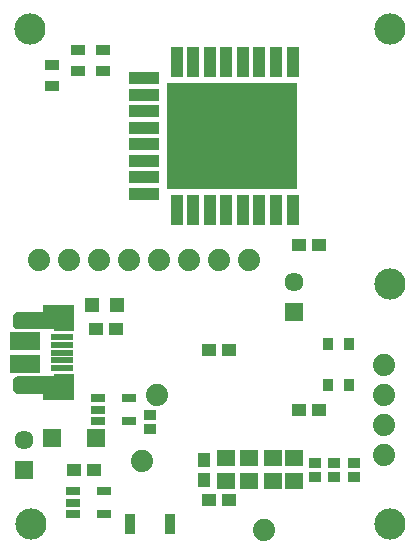
<source format=gbr>
G04 EAGLE Gerber RS-274X export*
G75*
%MOMM*%
%FSLAX34Y34*%
%LPD*%
%INSoldermask Top*%
%IPPOS*%
%AMOC8*
5,1,8,0,0,1.08239X$1,22.5*%
G01*
%ADD10C,2.641600*%
%ADD11R,1.601600X1.401600*%
%ADD12R,1.301600X0.651600*%
%ADD13R,1.501600X1.501600*%
%ADD14R,1.201600X1.101600*%
%ADD15R,1.301600X1.301600*%
%ADD16R,1.001600X0.951600*%
%ADD17R,1.101600X1.201600*%
%ADD18R,1.609600X1.609600*%
%ADD19C,1.609600*%
%ADD20C,1.879600*%
%ADD21R,0.951600X1.101600*%
%ADD22R,0.901600X1.801600*%
%ADD23R,1.660000X2.200000*%
%ADD24R,1.851600X0.501600*%
%ADD25R,2.601600X1.526600*%
%ADD26C,1.309600*%
%ADD27R,2.551600X1.101600*%
%ADD28R,1.101600X2.551600*%
%ADD29R,11.101600X9.101600*%
%ADD30R,1.301600X0.901600*%

G36*
X38057Y169597D02*
X38057Y169597D01*
X38052Y169604D01*
X38059Y169610D01*
X38059Y189860D01*
X38023Y189907D01*
X38016Y189902D01*
X38010Y189909D01*
X29010Y189909D01*
X28963Y189873D01*
X28967Y189868D01*
X28963Y189865D01*
X28964Y189863D01*
X28961Y189860D01*
X28961Y184659D01*
X8510Y184659D01*
X8507Y184657D01*
X8505Y184659D01*
X7392Y184534D01*
X7386Y184528D01*
X7381Y184531D01*
X6324Y184161D01*
X6320Y184155D01*
X6314Y184157D01*
X5366Y183561D01*
X5363Y183553D01*
X5358Y183554D01*
X4566Y182762D01*
X4565Y182754D01*
X4559Y182754D01*
X3963Y181806D01*
X3964Y181797D01*
X3959Y181796D01*
X3589Y180739D01*
X3591Y180731D01*
X3586Y180728D01*
X3461Y179616D01*
X3463Y179612D01*
X3461Y179610D01*
X3461Y174610D01*
X3463Y174607D01*
X3461Y174605D01*
X3586Y173492D01*
X3592Y173486D01*
X3589Y173481D01*
X3959Y172424D01*
X3966Y172420D01*
X3963Y172414D01*
X4559Y171466D01*
X4567Y171463D01*
X4566Y171458D01*
X5358Y170666D01*
X5366Y170665D01*
X5366Y170659D01*
X6314Y170063D01*
X6323Y170064D01*
X6324Y170059D01*
X7381Y169689D01*
X7389Y169691D01*
X7392Y169686D01*
X8505Y169561D01*
X8508Y169563D01*
X8510Y169561D01*
X38010Y169561D01*
X38057Y169597D01*
G37*
G36*
X38057Y109847D02*
X38057Y109847D01*
X38052Y109854D01*
X38059Y109860D01*
X38059Y130110D01*
X38023Y130157D01*
X38016Y130152D01*
X38010Y130159D01*
X8510Y130159D01*
X8507Y130157D01*
X8505Y130159D01*
X7392Y130034D01*
X7386Y130028D01*
X7381Y130031D01*
X6324Y129661D01*
X6320Y129655D01*
X6314Y129657D01*
X5366Y129061D01*
X5363Y129053D01*
X5358Y129054D01*
X4566Y128262D01*
X4565Y128254D01*
X4559Y128254D01*
X3963Y127306D01*
X3964Y127297D01*
X3959Y127296D01*
X3589Y126239D01*
X3591Y126231D01*
X3586Y126228D01*
X3461Y125116D01*
X3463Y125112D01*
X3461Y125110D01*
X3461Y120110D01*
X3463Y120107D01*
X3461Y120105D01*
X3586Y118992D01*
X3592Y118986D01*
X3589Y118981D01*
X3959Y117924D01*
X3966Y117920D01*
X3963Y117914D01*
X4559Y116966D01*
X4567Y116963D01*
X4566Y116958D01*
X5358Y116166D01*
X5366Y116165D01*
X5366Y116159D01*
X6314Y115563D01*
X6323Y115564D01*
X6324Y115559D01*
X7381Y115189D01*
X7389Y115191D01*
X7392Y115186D01*
X8505Y115061D01*
X8508Y115063D01*
X8510Y115061D01*
X28961Y115061D01*
X28961Y109860D01*
X28997Y109813D01*
X29004Y109818D01*
X29010Y109811D01*
X38010Y109811D01*
X38057Y109847D01*
G37*
D10*
X19050Y5080D03*
X322580Y208280D03*
X322580Y5080D03*
X17780Y424180D03*
X322580Y424180D03*
D11*
X184150Y60300D03*
X184150Y41300D03*
D12*
X75899Y111100D03*
X75899Y101600D03*
X75899Y92100D03*
X101901Y92100D03*
X101901Y111100D03*
D13*
X73872Y77470D03*
X36872Y77470D03*
D11*
X203200Y60300D03*
X203200Y41300D03*
D14*
X72000Y50800D03*
X55000Y50800D03*
D15*
X91780Y190500D03*
X70780Y190500D03*
D14*
X91050Y170180D03*
X74050Y170180D03*
X245500Y101600D03*
X262500Y101600D03*
D11*
X223520Y60300D03*
X223520Y41300D03*
D16*
X119380Y97240D03*
X119380Y85640D03*
D17*
X165100Y59300D03*
X165100Y42300D03*
D11*
X241300Y60300D03*
X241300Y41300D03*
D16*
X259080Y56600D03*
X259080Y45000D03*
X275590Y45000D03*
X275590Y56600D03*
X292100Y56600D03*
X292100Y45000D03*
D14*
X169300Y25400D03*
X186300Y25400D03*
D18*
X12700Y50800D03*
D19*
X12700Y76200D03*
D20*
X25400Y228600D03*
X50800Y228600D03*
X76200Y228600D03*
X101600Y228600D03*
X127000Y228600D03*
X152400Y228600D03*
X177800Y228600D03*
X203200Y228600D03*
D18*
X241300Y184150D03*
D19*
X241300Y209550D03*
D21*
X270650Y122200D03*
X270650Y157200D03*
X288150Y122200D03*
X288150Y157200D03*
D20*
X125730Y114300D03*
D14*
X186300Y152400D03*
X169300Y152400D03*
D22*
X136380Y5080D03*
X102380Y5080D03*
D23*
X46810Y178860D03*
X46810Y120860D03*
D24*
X44760Y162860D03*
X44760Y156360D03*
X44760Y149860D03*
X44760Y143360D03*
X44760Y136860D03*
D25*
X14010Y159485D03*
X14010Y140235D03*
D26*
X10470Y177110D02*
X22550Y177110D01*
X22550Y122610D02*
X10470Y122610D01*
D20*
X317500Y63500D03*
X317500Y88900D03*
X317500Y114300D03*
X317500Y139700D03*
D12*
X54309Y32360D03*
X54309Y22860D03*
X54309Y13360D03*
X80311Y13360D03*
X80311Y32360D03*
D27*
X114300Y368300D03*
X114300Y382300D03*
X114300Y354300D03*
X114300Y340300D03*
X114300Y326300D03*
X114300Y312300D03*
X114300Y298300D03*
X114300Y284300D03*
D28*
X142300Y396300D03*
X156300Y396300D03*
X170300Y396300D03*
X184300Y396300D03*
X198300Y396300D03*
X212300Y396300D03*
X142300Y270300D03*
X156300Y270300D03*
X170300Y270300D03*
X184300Y270300D03*
X198300Y270300D03*
X226300Y270300D03*
X212300Y270300D03*
X226300Y396300D03*
X240300Y396300D03*
X240300Y270300D03*
D29*
X189300Y333300D03*
D14*
X245500Y241300D03*
X262500Y241300D03*
D30*
X36830Y393810D03*
X36830Y375810D03*
X58420Y406510D03*
X58420Y388510D03*
X80010Y406510D03*
X80010Y388510D03*
D20*
X215900Y0D03*
X113030Y58420D03*
M02*

</source>
